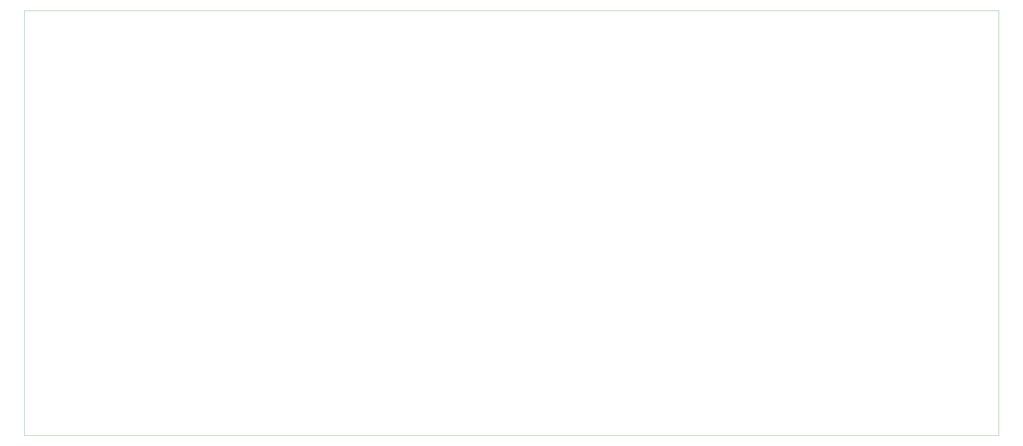
<source format=gm1>
G04 #@! TF.GenerationSoftware,KiCad,Pcbnew,5.1.5+dfsg1-2build2*
G04 #@! TF.CreationDate,2021-08-27T16:11:26+03:00*
G04 #@! TF.ProjectId,cft-backplane-processor,6366742d-6261-4636-9b70-6c616e652d70,2134*
G04 #@! TF.SameCoordinates,Original*
G04 #@! TF.FileFunction,Profile,NP*
%FSLAX46Y46*%
G04 Gerber Fmt 4.6, Leading zero omitted, Abs format (unit mm)*
G04 Created by KiCad (PCBNEW 5.1.5+dfsg1-2build2) date 2021-08-27 16:11:26*
%MOMM*%
%LPD*%
G04 APERTURE LIST*
G04 #@! TA.AperFunction,Profile*
%ADD10C,0.050000*%
G04 #@! TD*
G04 APERTURE END LIST*
D10*
X358743000Y-212380000D02*
X63503000Y-212380000D01*
X358743000Y-83830000D02*
X358743000Y-212380000D01*
X63503000Y-83830000D02*
X63503000Y-212380000D01*
X358743000Y-83830000D02*
X63503000Y-83830000D01*
M02*

</source>
